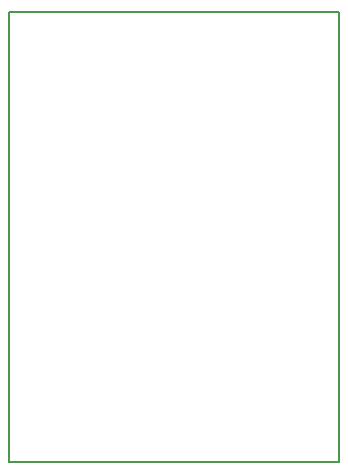
<source format=gko>
G04 #@! TF.FileFunction,Profile,NP*
%FSLAX46Y46*%
G04 Gerber Fmt 4.6, Leading zero omitted, Abs format (unit mm)*
G04 Created by KiCad (PCBNEW 4.0.1-stable) date 2/4/2016 12:26:45 PM*
%MOMM*%
G01*
G04 APERTURE LIST*
%ADD10C,0.100000*%
%ADD11C,0.150000*%
G04 APERTURE END LIST*
D10*
D11*
X127000000Y-86360000D02*
X127000000Y-124460000D01*
X154940000Y-86360000D02*
X127000000Y-86360000D01*
X154940000Y-124460000D02*
X154940000Y-86360000D01*
X127000000Y-124460000D02*
X154940000Y-124460000D01*
M02*

</source>
